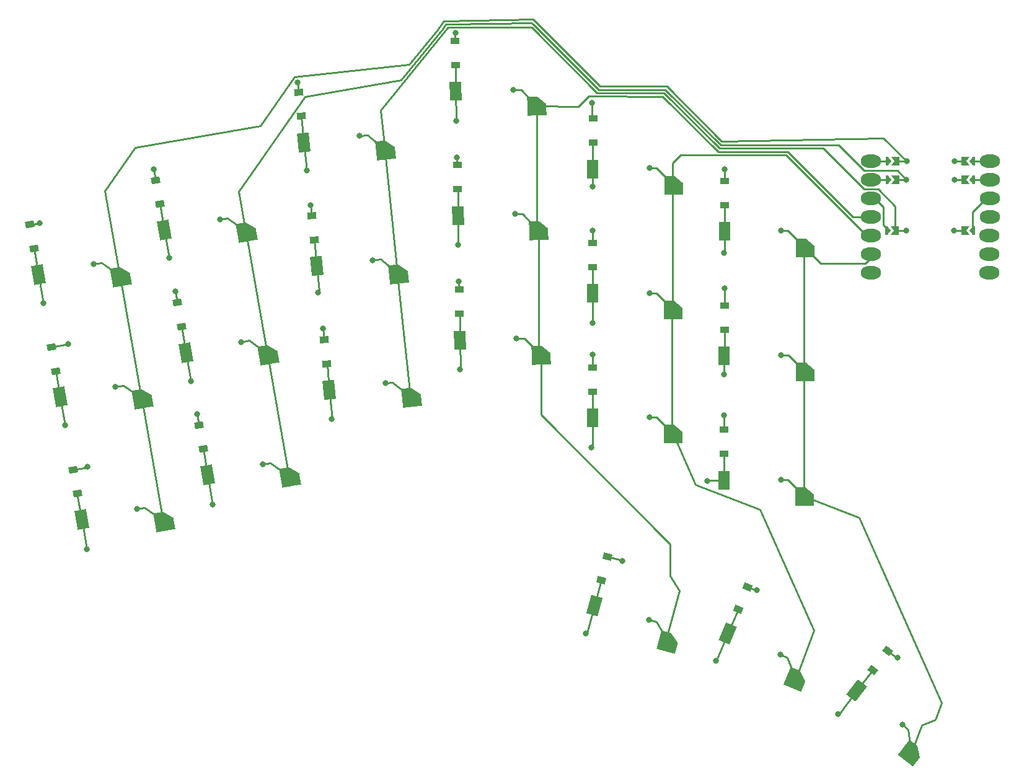
<source format=gbr>
%TF.GenerationSoftware,KiCad,Pcbnew,7.0.7*%
%TF.CreationDate,2024-02-04T11:46:41-06:00*%
%TF.ProjectId,main,6d61696e-2e6b-4696-9361-645f70636258,v1.0.0*%
%TF.SameCoordinates,Original*%
%TF.FileFunction,Copper,L2,Bot*%
%TF.FilePolarity,Positive*%
%FSLAX46Y46*%
G04 Gerber Fmt 4.6, Leading zero omitted, Abs format (unit mm)*
G04 Created by KiCad (PCBNEW 7.0.7) date 2024-02-04 11:46:41*
%MOMM*%
%LPD*%
G01*
G04 APERTURE LIST*
G04 Aperture macros list*
%AMHorizOval*
0 Thick line with rounded ends*
0 $1 width*
0 $2 $3 position (X,Y) of the first rounded end (center of the circle)*
0 $4 $5 position (X,Y) of the second rounded end (center of the circle)*
0 Add line between two ends*
20,1,$1,$2,$3,$4,$5,0*
0 Add two circle primitives to create the rounded ends*
1,1,$1,$2,$3*
1,1,$1,$4,$5*%
%AMRotRect*
0 Rectangle, with rotation*
0 The origin of the aperture is its center*
0 $1 length*
0 $2 width*
0 $3 Rotation angle, in degrees counterclockwise*
0 Add horizontal line*
21,1,$1,$2,0,0,$3*%
%AMFreePoly0*
4,1,6,1.300000,-1.300000,-0.050000,-1.300000,-1.300000,-0.250000,-1.300000,1.300000,1.300000,1.300000,1.300000,-1.300000,1.300000,-1.300000,$1*%
%AMFreePoly1*
4,1,6,0.250000,0.000000,-0.250000,-0.625000,-0.500000,-0.625000,-0.500000,0.625000,-0.250000,0.625000,0.250000,0.000000,0.250000,0.000000,$1*%
%AMFreePoly2*
4,1,6,0.500000,-0.625000,-0.650000,-0.625000,-0.150000,0.000000,-0.650000,0.625000,0.500000,0.625000,0.500000,-0.625000,0.500000,-0.625000,$1*%
%AMFreePoly3*
4,1,6,1.300000,0.250000,1.300000,-1.300000,-1.300000,-1.300000,-1.300000,1.300000,0.050000,1.300000,1.300000,0.250000,1.300000,0.250000,$1*%
G04 Aperture macros list end*
%TA.AperFunction,SMDPad,CuDef*%
%ADD10FreePoly0,179.900000*%
%TD*%
%TA.AperFunction,SMDPad,CuDef*%
%ADD11RotRect,1.600000X2.600000X179.900000*%
%TD*%
%TA.AperFunction,SMDPad,CuDef*%
%ADD12FreePoly0,180.900000*%
%TD*%
%TA.AperFunction,SMDPad,CuDef*%
%ADD13RotRect,1.600000X2.600000X180.900000*%
%TD*%
%TA.AperFunction,SMDPad,CuDef*%
%ADD14FreePoly0,190.000000*%
%TD*%
%TA.AperFunction,SMDPad,CuDef*%
%ADD15RotRect,1.600000X2.600000X190.000000*%
%TD*%
%TA.AperFunction,SMDPad,CuDef*%
%ADD16FreePoly0,157.400000*%
%TD*%
%TA.AperFunction,SMDPad,CuDef*%
%ADD17RotRect,1.600000X2.600000X157.400000*%
%TD*%
%TA.AperFunction,SMDPad,CuDef*%
%ADD18FreePoly0,185.900000*%
%TD*%
%TA.AperFunction,SMDPad,CuDef*%
%ADD19RotRect,1.600000X2.600000X185.900000*%
%TD*%
%TA.AperFunction,SMDPad,CuDef*%
%ADD20FreePoly0,164.900000*%
%TD*%
%TA.AperFunction,SMDPad,CuDef*%
%ADD21RotRect,1.600000X2.600000X164.900000*%
%TD*%
%TA.AperFunction,SMDPad,CuDef*%
%ADD22FreePoly0,142.400000*%
%TD*%
%TA.AperFunction,SMDPad,CuDef*%
%ADD23RotRect,1.600000X2.600000X142.400000*%
%TD*%
%TA.AperFunction,ComponentPad*%
%ADD24HorizOval,1.800000X0.474999X-0.000812X-0.474999X0.000812X0*%
%TD*%
%TA.AperFunction,SMDPad,CuDef*%
%ADD25FreePoly1,359.902000*%
%TD*%
%TA.AperFunction,SMDPad,CuDef*%
%ADD26FreePoly2,359.902000*%
%TD*%
%TA.AperFunction,ComponentPad*%
%ADD27C,0.800000*%
%TD*%
%TA.AperFunction,ComponentPad*%
%ADD28HorizOval,1.800000X-0.474999X0.000812X0.474999X-0.000812X0*%
%TD*%
%TA.AperFunction,SMDPad,CuDef*%
%ADD29FreePoly2,179.902000*%
%TD*%
%TA.AperFunction,SMDPad,CuDef*%
%ADD30FreePoly1,179.902000*%
%TD*%
%TA.AperFunction,SMDPad,CuDef*%
%ADD31RotRect,0.900000X1.200000X269.900000*%
%TD*%
%TA.AperFunction,SMDPad,CuDef*%
%ADD32RotRect,0.900000X1.200000X275.900000*%
%TD*%
%TA.AperFunction,SMDPad,CuDef*%
%ADD33RotRect,0.900000X1.200000X280.000000*%
%TD*%
%TA.AperFunction,ConnectorPad*%
%ADD34FreePoly3,0.100000*%
%TD*%
%TA.AperFunction,SMDPad,CuDef*%
%ADD35RotRect,1.600000X2.600000X0.100000*%
%TD*%
%TA.AperFunction,SMDPad,CuDef*%
%ADD36RotRect,0.900000X1.200000X232.400000*%
%TD*%
%TA.AperFunction,SMDPad,CuDef*%
%ADD37RotRect,0.900000X1.200000X270.900000*%
%TD*%
%TA.AperFunction,SMDPad,CuDef*%
%ADD38RotRect,0.900000X1.200000X247.400000*%
%TD*%
%TA.AperFunction,SMDPad,CuDef*%
%ADD39RotRect,0.900000X1.200000X254.900000*%
%TD*%
%TA.AperFunction,ViaPad*%
%ADD40C,0.800000*%
%TD*%
%TA.AperFunction,Conductor*%
%ADD41C,0.250000*%
%TD*%
G04 APERTURE END LIST*
D10*
%TO.P,S14,1*%
%TO.N,P4*%
X162133260Y-93735051D03*
D11*
%TO.P,S14,2*%
%TO.N,index_home*%
X151087117Y-91515768D03*
%TD*%
D12*
%TO.P,S11,1*%
%TO.N,P3*%
X143768664Y-82913365D03*
D13*
%TO.P,S11,2*%
%TO.N,middle_home*%
X132685471Y-80887203D03*
%TD*%
D10*
%TO.P,S17,1*%
%TO.N,P5*%
X180118419Y-102266452D03*
D11*
%TO.P,S17,2*%
%TO.N,inner_home*%
X169072276Y-100047169D03*
%TD*%
D14*
%TO.P,S3,1*%
%TO.N,P0*%
X86674708Y-89166237D03*
D15*
%TO.P,S3,2*%
%TO.N,outer_top*%
X75410556Y-88918473D03*
%TD*%
D16*
%TO.P,S20,1*%
%TO.N,P4*%
X178905573Y-144223511D03*
D17*
%TO.P,S20,2*%
%TO.N,middle_cluster*%
X169549550Y-137945985D03*
%TD*%
D10*
%TO.P,S18,1*%
%TO.N,P5*%
X180148073Y-85266471D03*
D11*
%TO.P,S18,2*%
%TO.N,inner_top*%
X169101930Y-83047188D03*
%TD*%
D18*
%TO.P,S8,1*%
%TO.N,P2*%
X124605491Y-88837083D03*
D19*
%TO.P,S8,2*%
%TO.N,ring_home*%
X113387882Y-87784595D03*
%TD*%
D14*
%TO.P,S5,1*%
%TO.N,P1*%
X106832328Y-99827915D03*
D15*
%TO.P,S5,2*%
%TO.N,pinky_home*%
X95568176Y-99580151D03*
%TD*%
D20*
%TO.P,S19,1*%
%TO.N,P3*%
X161436575Y-139119981D03*
D21*
%TO.P,S19,2*%
%TO.N,left_cluster*%
X151341212Y-134117367D03*
%TD*%
D18*
%TO.P,S7,1*%
%TO.N,P2*%
X126352942Y-105747022D03*
D19*
%TO.P,S7,2*%
%TO.N,ring_bottom*%
X115135333Y-104694534D03*
%TD*%
D14*
%TO.P,S4,1*%
%TO.N,P1*%
X109784334Y-116569630D03*
D15*
%TO.P,S4,2*%
%TO.N,pinky_bottom*%
X98520182Y-116321866D03*
%TD*%
D14*
%TO.P,S2,1*%
%TO.N,P0*%
X89626714Y-105907968D03*
D15*
%TO.P,S2,2*%
%TO.N,outer_home*%
X78362562Y-105660204D03*
%TD*%
D12*
%TO.P,S12,1*%
%TO.N,P3*%
X143501637Y-65915456D03*
D13*
%TO.P,S12,2*%
%TO.N,middle_top*%
X132418444Y-63889294D03*
%TD*%
D14*
%TO.P,S6,1*%
%TO.N,P1*%
X103880297Y-83086144D03*
D15*
%TO.P,S6,2*%
%TO.N,pinky_top*%
X92616145Y-82838380D03*
%TD*%
D10*
%TO.P,S16,1*%
%TO.N,P5*%
X180088707Y-119266431D03*
D11*
%TO.P,S16,2*%
%TO.N,inner_bottom*%
X169042564Y-117047148D03*
%TD*%
D22*
%TO.P,S21,1*%
%TO.N,P5*%
X194590462Y-154272487D03*
D23*
%TO.P,S21,2*%
%TO.N,right_cluster*%
X187177981Y-145787346D03*
%TD*%
D14*
%TO.P,S1,1*%
%TO.N,P0*%
X92578742Y-122649730D03*
D15*
%TO.P,S1,2*%
%TO.N,outer_bottom*%
X81314590Y-122401966D03*
%TD*%
D18*
%TO.P,S9,1*%
%TO.N,P2*%
X122857998Y-71927101D03*
D19*
%TO.P,S9,2*%
%TO.N,ring_top*%
X111640389Y-70874613D03*
%TD*%
D10*
%TO.P,S13,1*%
%TO.N,P4*%
X162103601Y-110734997D03*
D11*
%TO.P,S13,2*%
%TO.N,index_bottom*%
X151057458Y-108515714D03*
%TD*%
D12*
%TO.P,S10,1*%
%TO.N,P3*%
X144035702Y-99911259D03*
D13*
%TO.P,S10,2*%
%TO.N,middle_bottom*%
X132952509Y-97885097D03*
%TD*%
D24*
%TO.P,xiao,0*%
%TO.N,_1_0*%
X189149282Y-73426458D03*
D25*
X191624278Y-73430691D03*
D26*
%TO.N,P0*%
X192469276Y-73432136D03*
D27*
X193982274Y-73434724D03*
D24*
%TO.P,xiao,1*%
%TO.N,_1_1*%
X189144937Y-75966454D03*
D25*
X191619933Y-75970687D03*
D26*
%TO.N,P1*%
X192464932Y-75972132D03*
D27*
X193977930Y-75974720D03*
D24*
%TO.P,xiao,2*%
%TO.N,_1_2*%
X189140593Y-78506450D03*
D25*
X191607994Y-82950677D03*
D26*
%TO.N,P2*%
X192452993Y-82952122D03*
D27*
X193965991Y-82954710D03*
D24*
%TO.P,xiao,3*%
%TO.N,P3*%
X189136248Y-81046447D03*
%TO.P,xiao,4*%
%TO.N,P4*%
X189131904Y-83586443D03*
%TO.P,xiao,5*%
%TO.N,P5*%
X189127559Y-86126439D03*
%TO.P,xiao,6*%
%TO.N,P6*%
X189123215Y-88666435D03*
D28*
%TO.P,xiao,7*%
%TO.N,P7*%
X205313190Y-88694126D03*
%TO.P,xiao,8*%
%TO.N,P8*%
X205317535Y-86154130D03*
%TO.P,xiao,9*%
%TO.N,P9*%
X205321879Y-83614134D03*
%TO.P,xiao,10*%
%TO.N,P10*%
X205326224Y-81074137D03*
D27*
%TO.P,xiao,11*%
%TO.N,V3*%
X200489981Y-82965869D03*
D29*
X202002979Y-82968456D03*
D30*
%TO.N,_1_11*%
X202847978Y-82969902D03*
D28*
X205330568Y-78534141D03*
D27*
%TO.P,xiao,12*%
%TO.N,GND*%
X200501920Y-75985879D03*
D29*
X202014918Y-75988467D03*
D30*
%TO.N,_1_12*%
X202859917Y-75989912D03*
D28*
X205334913Y-75994145D03*
D27*
%TO.P,xiao,13*%
%TO.N,VCC*%
X200506265Y-73445883D03*
D29*
X202019262Y-73448470D03*
D30*
%TO.N,_1_13*%
X202864261Y-73449916D03*
D28*
X205339257Y-73454149D03*
%TD*%
D31*
%TO.P,D16,1*%
%TO.N,P9*%
X169079625Y-110147223D03*
%TO.P,D16,2*%
%TO.N,inner_bottom*%
X169073865Y-113447217D03*
%TD*%
D32*
%TO.P,D9,1*%
%TO.N,P7*%
X110955981Y-64008608D03*
%TO.P,D9,2*%
%TO.N,ring_top*%
X111295197Y-67291128D03*
%TD*%
D33*
%TO.P,D1,1*%
%TO.N,P9*%
X80141063Y-115602461D03*
%TO.P,D1,2*%
%TO.N,outer_bottom*%
X80714101Y-118852327D03*
%TD*%
D34*
%TO.P,S15,1*%
%TO.N,P4*%
X162183698Y-76723643D03*
D35*
%TO.P,S15,2*%
%TO.N,index_top*%
X151129875Y-74542932D03*
%TD*%
D36*
%TO.P,D21,1*%
%TO.N,P10*%
X191407781Y-140335818D03*
%TO.P,D21,2*%
%TO.N,right_cluster*%
X189394301Y-142950374D03*
%TD*%
D33*
%TO.P,D6,1*%
%TO.N,P7*%
X91442598Y-76038886D03*
%TO.P,D6,2*%
%TO.N,pinky_top*%
X92015636Y-79288752D03*
%TD*%
D37*
%TO.P,D10,1*%
%TO.N,P9*%
X132869109Y-90985547D03*
%TO.P,D10,2*%
%TO.N,middle_bottom*%
X132920943Y-94285139D03*
%TD*%
D38*
%TO.P,D20,1*%
%TO.N,P10*%
X172224281Y-131585450D03*
%TO.P,D20,2*%
%TO.N,middle_cluster*%
X170956107Y-134632044D03*
%TD*%
D39*
%TO.P,D19,1*%
%TO.N,P10*%
X153162813Y-127462121D03*
%TO.P,D19,2*%
%TO.N,left_cluster*%
X152303149Y-130648181D03*
%TD*%
D33*
%TO.P,D2,1*%
%TO.N,P8*%
X77189013Y-98860721D03*
%TO.P,D2,2*%
%TO.N,outer_home*%
X77762051Y-102110587D03*
%TD*%
%TO.P,D3,1*%
%TO.N,P7*%
X74236991Y-82118978D03*
%TO.P,D3,2*%
%TO.N,outer_top*%
X74810029Y-85368844D03*
%TD*%
D37*
%TO.P,D12,1*%
%TO.N,P7*%
X132335082Y-56989738D03*
%TO.P,D12,2*%
%TO.N,middle_top*%
X132386916Y-60289330D03*
%TD*%
D33*
%TO.P,D4,1*%
%TO.N,P9*%
X97346652Y-109522311D03*
%TO.P,D4,2*%
%TO.N,pinky_bottom*%
X97919690Y-112772177D03*
%TD*%
D31*
%TO.P,D18,1*%
%TO.N,P7*%
X169138937Y-76147262D03*
%TO.P,D18,2*%
%TO.N,inner_top*%
X169133177Y-79447256D03*
%TD*%
%TO.P,D14,1*%
%TO.N,P8*%
X151124164Y-84615825D03*
%TO.P,D14,2*%
%TO.N,index_home*%
X151118404Y-87915819D03*
%TD*%
%TO.P,D13,1*%
%TO.N,P9*%
X151094491Y-101615804D03*
%TO.P,D13,2*%
%TO.N,index_bottom*%
X151088731Y-104915798D03*
%TD*%
%TO.P,D15,1*%
%TO.N,P7*%
X151153831Y-67615853D03*
%TO.P,D15,2*%
%TO.N,index_top*%
X151148071Y-70915847D03*
%TD*%
%TO.P,D17,1*%
%TO.N,P8*%
X169109311Y-93147236D03*
%TO.P,D17,2*%
%TO.N,inner_home*%
X169103551Y-96447230D03*
%TD*%
D33*
%TO.P,D5,1*%
%TO.N,P8*%
X94394608Y-92780626D03*
%TO.P,D5,2*%
%TO.N,pinky_home*%
X94967646Y-96030492D03*
%TD*%
D37*
%TO.P,D11,1*%
%TO.N,P8*%
X132602101Y-73987639D03*
%TO.P,D11,2*%
%TO.N,middle_home*%
X132653935Y-77287231D03*
%TD*%
D32*
%TO.P,D8,1*%
%TO.N,P8*%
X112703449Y-80918553D03*
%TO.P,D8,2*%
%TO.N,ring_home*%
X113042665Y-84201073D03*
%TD*%
%TO.P,D7,1*%
%TO.N,P9*%
X114450938Y-97828516D03*
%TO.P,D7,2*%
%TO.N,ring_bottom*%
X114790154Y-101111036D03*
%TD*%
D40*
%TO.N,P0*%
X85932353Y-104249485D03*
X82982085Y-87517594D03*
X88879159Y-120961657D03*
%TO.N,outer_bottom*%
X81985434Y-126417025D03*
%TO.N,outer_home*%
X79050426Y-109540285D03*
%TO.N,outer_top*%
X76091847Y-92820028D03*
%TO.N,P1*%
X103132735Y-98139833D03*
X100182458Y-81407945D03*
X106079556Y-114852043D03*
%TO.N,pinky_bottom*%
X99197975Y-120376326D03*
%TO.N,pinky_home*%
X96239595Y-103483403D03*
%TO.N,pinky_top*%
X93288756Y-86690685D03*
%TO.N,P2*%
X121045472Y-86961316D03*
X119263280Y-70004721D03*
X122810954Y-103758782D03*
%TO.N,ring_bottom*%
X115474952Y-108692370D03*
%TO.N,ring_home*%
X113623171Y-91360987D03*
%TO.N,ring_top*%
X112027789Y-74746737D03*
%TO.N,P3*%
X140651921Y-97664077D03*
X140221913Y-63744087D03*
X158824248Y-136076728D03*
X140501934Y-80674093D03*
%TO.N,middle_bottom*%
X133002051Y-101856471D03*
%TO.N,middle_home*%
X132746231Y-84908341D03*
%TO.N,middle_top*%
X132429535Y-67911283D03*
%TO.N,P4*%
X158851920Y-108414085D03*
X176743486Y-140850110D03*
X158851924Y-74394087D03*
X158851912Y-91444096D03*
%TO.N,index_bottom*%
X150931276Y-112534227D03*
%TO.N,index_home*%
X151071277Y-95524212D03*
%TO.N,index_top*%
X151121276Y-76934203D03*
%TO.N,P5*%
X193406642Y-150435119D03*
X176861905Y-116944089D03*
X176861911Y-99974087D03*
X176861913Y-82924108D03*
%TO.N,inner_bottom*%
X166801276Y-117094213D03*
%TO.N,inner_home*%
X169071272Y-102614222D03*
%TO.N,inner_top*%
X169071278Y-85984212D03*
%TO.N,left_cluster*%
X150200091Y-137970613D03*
%TO.N,middle_cluster*%
X167914294Y-141687654D03*
%TO.N,right_cluster*%
X184607637Y-148992924D03*
%TO.N,P9*%
X169050105Y-108184290D03*
X82135970Y-115202841D03*
X132782462Y-89898817D03*
X97090929Y-107964831D03*
X151080083Y-99824286D03*
X114299867Y-96322024D03*
%TO.N,P8*%
X132588686Y-72900623D03*
X79485753Y-98387589D03*
X151110094Y-82924294D03*
X112543817Y-79422993D03*
X169100098Y-90844298D03*
X94102418Y-91188909D03*
%TO.N,P7*%
X132383610Y-55914143D03*
X75607046Y-81891295D03*
X91162554Y-74516115D03*
X151040095Y-65484299D03*
X169130084Y-74514289D03*
X110814454Y-62682066D03*
%TO.N,P10*%
X192777668Y-141251403D03*
X173524579Y-132017124D03*
X155174083Y-128018034D03*
%TD*%
D41*
%TO.N,P0*%
X89626727Y-105907959D02*
X86991457Y-104062719D01*
X92578746Y-122649715D02*
X89908702Y-120780146D01*
X190764652Y-70327502D02*
X193982266Y-73434717D01*
X192470300Y-73432768D02*
X193980322Y-73432746D01*
X89505064Y-106081751D02*
X92404974Y-122528045D01*
X168716074Y-70712366D02*
X190764652Y-70327502D01*
X129906607Y-55517854D02*
X130716203Y-54361632D01*
X86553035Y-89340022D02*
X89452964Y-105786307D01*
X142949491Y-54059784D02*
X143186991Y-54289139D01*
X143186991Y-54289139D02*
X152122021Y-63224170D01*
X130802948Y-54271803D02*
X142949491Y-54059784D01*
X84465895Y-77503269D02*
X88591780Y-71610900D01*
X86674713Y-89166274D02*
X84051005Y-87329106D01*
X89908702Y-120780146D02*
X88879159Y-120961657D01*
X88591780Y-71610900D02*
X105737280Y-68587688D01*
X152122021Y-63224170D02*
X161227876Y-63224173D01*
X86500939Y-89044561D02*
X84465895Y-77503269D01*
X161227876Y-63224173D02*
X168716074Y-70712366D01*
X110409559Y-61914980D02*
X126058189Y-60270239D01*
X130716203Y-54361632D02*
X130802948Y-54271803D01*
X86991457Y-104062719D02*
X85932353Y-104249485D01*
X105737280Y-68587688D02*
X110409559Y-61914980D01*
X126058189Y-60270239D02*
X129906607Y-55517854D01*
X84051005Y-87329106D02*
X82982085Y-87517594D01*
%TO.N,outer_bottom*%
X82015087Y-126374671D02*
X81985434Y-126417025D01*
X81314595Y-122401962D02*
X82015087Y-126374671D01*
X81314578Y-122401947D02*
X80693798Y-118881246D01*
%TO.N,outer_home*%
X78362571Y-105660208D02*
X77741791Y-102139487D01*
X79050426Y-109540285D02*
X78366792Y-105663162D01*
%TO.N,outer_top*%
X75410569Y-88918478D02*
X74789767Y-85397768D01*
X76091847Y-92820028D02*
X76100111Y-92808207D01*
X76100111Y-92808207D02*
X75414775Y-88921426D01*
%TO.N,P1*%
X184679478Y-71254635D02*
X188164617Y-74739775D01*
X103706536Y-82964469D02*
X102759609Y-77594179D01*
X142749376Y-54544405D02*
X142951035Y-54739145D01*
X106832321Y-99827891D02*
X104162275Y-97958310D01*
X104162275Y-97958310D02*
X103132735Y-98139833D01*
X106710647Y-100001647D02*
X109610572Y-116447982D01*
X131166651Y-54739139D02*
X131585153Y-54731836D01*
X188164617Y-74739775D02*
X192742983Y-74739774D01*
X192460313Y-75972774D02*
X193980294Y-75972778D01*
X130581049Y-55400044D02*
X131026513Y-54763852D01*
X168621951Y-71254639D02*
X184679478Y-71254635D01*
X150491208Y-62279320D02*
X151935626Y-63674174D01*
X131592721Y-54739145D02*
X142749376Y-54544405D01*
X124952010Y-62351317D02*
X130581049Y-55400044D01*
X131585153Y-54731836D02*
X131592721Y-54739145D01*
X192742983Y-74739774D02*
X193977926Y-75974712D01*
X107079540Y-114675689D02*
X106079556Y-114852043D01*
X131026513Y-54763852D02*
X131166651Y-54739139D01*
X109784345Y-116569622D02*
X107079540Y-114675689D01*
X102759609Y-77594179D02*
X111810216Y-64668571D01*
X103880315Y-83086133D02*
X101221845Y-81224670D01*
X151935626Y-63674174D02*
X161041479Y-63674172D01*
X101221845Y-81224670D02*
X100182458Y-81407945D01*
X111810216Y-64668571D02*
X124952010Y-62351317D01*
X103758625Y-83259939D02*
X106658541Y-99706243D01*
X142951035Y-54739145D02*
X150491208Y-62279320D01*
X161041479Y-63674172D02*
X168621951Y-71254639D01*
%TO.N,pinky_bottom*%
X99198137Y-120376087D02*
X98490681Y-116364000D01*
X98520182Y-116321857D02*
X97899395Y-112801188D01*
X99197975Y-120376326D02*
X99198137Y-120376087D01*
%TO.N,pinky_home*%
X96239595Y-103483403D02*
X96253038Y-103464223D01*
X96253038Y-103464223D02*
X95568172Y-99580157D01*
X95568190Y-99580121D02*
X94947365Y-96059457D01*
%TO.N,pinky_top*%
X92616154Y-82838384D02*
X91995363Y-79317706D01*
X93288756Y-86690685D02*
X93294071Y-86683077D01*
X93294071Y-86683077D02*
X92616153Y-82838372D01*
%TO.N,P2*%
X126352948Y-105747018D02*
X123772831Y-103657696D01*
X160855087Y-64124169D02*
X151699670Y-64124171D01*
X182585137Y-71704640D02*
X168435558Y-71704637D01*
X120343761Y-69891174D02*
X119263280Y-70004721D01*
X122857971Y-71927114D02*
X120343761Y-69891174D01*
X122146246Y-86845638D02*
X121045472Y-86961316D01*
X124448981Y-89030319D02*
X126192284Y-105616943D01*
X142764640Y-55189148D02*
X131353047Y-55189144D01*
X131353047Y-55189144D02*
X131236475Y-55305718D01*
X124605467Y-88837080D02*
X122146246Y-86845638D01*
X123772831Y-103657696D02*
X122810954Y-103758782D01*
X188160276Y-77279773D02*
X182585137Y-71704640D01*
X192452991Y-79611024D02*
X190125092Y-77283127D01*
X190125092Y-77283127D02*
X188160276Y-77279773D01*
X122144165Y-66533775D02*
X122697350Y-71797013D01*
X192452990Y-82952119D02*
X192452991Y-79611024D01*
X122701510Y-72120351D02*
X124444843Y-88707001D01*
X151699670Y-64124171D02*
X142764640Y-55189148D01*
X131236475Y-55305718D02*
X122144165Y-66533775D01*
X168435558Y-71704637D02*
X160855087Y-64124169D01*
X193965975Y-82954628D02*
X192455562Y-82954643D01*
%TO.N,ring_bottom*%
X115135298Y-104694543D02*
X114824326Y-101139714D01*
X115546270Y-108604300D02*
X115135335Y-104694530D01*
X115474952Y-108692370D02*
X115546270Y-108604300D01*
%TO.N,ring_home*%
X113623171Y-91360987D02*
X113747624Y-91207309D01*
X113747624Y-91207309D02*
X113387883Y-87784582D01*
X113387853Y-87784601D02*
X113076841Y-84229753D01*
%TO.N,ring_top*%
X112045117Y-74725348D02*
X111640376Y-70874611D01*
X111640391Y-70874642D02*
X111329387Y-67319823D01*
X112027789Y-74746737D02*
X112045117Y-74725348D01*
%TO.N,P3*%
X143768664Y-82913324D02*
X143768660Y-99644232D01*
X177727965Y-72154637D02*
X186620580Y-81047253D01*
X150905026Y-64582446D02*
X150908150Y-64585683D01*
X144035697Y-108078634D02*
X161719024Y-125761961D01*
X159836066Y-136347828D02*
X158824248Y-136076728D01*
X144035691Y-99911269D02*
X144035697Y-108078634D01*
X143501638Y-65915452D02*
X141330286Y-63744080D01*
X149125726Y-66013624D02*
X150613025Y-64577359D01*
X162917969Y-132130106D02*
X161169139Y-138656815D01*
X168249161Y-72154633D02*
X177727965Y-72154637D01*
X141330286Y-63744080D02*
X140221913Y-63744087D01*
X143501654Y-65915446D02*
X143501645Y-82646323D01*
X161436560Y-139119993D02*
X159836066Y-136347828D01*
X160700629Y-64606333D02*
X168249161Y-72154633D01*
X141529422Y-80674102D02*
X140501934Y-80674093D01*
X143501627Y-65915459D02*
X149125726Y-66013624D01*
X161719028Y-130053473D02*
X162917969Y-132130106D01*
X186620580Y-81047253D02*
X189611243Y-81047255D01*
X141788534Y-97664091D02*
X140651921Y-97664077D01*
X144035675Y-99911249D02*
X141788534Y-97664091D01*
X143768668Y-82913329D02*
X141529422Y-80674102D01*
X150908150Y-64585683D02*
X160700629Y-64606333D01*
X161719024Y-125761961D02*
X161719028Y-130053473D01*
X150613025Y-64577359D02*
X150905026Y-64582446D01*
%TO.N,middle_bottom*%
X133021460Y-101836349D02*
X133002051Y-101856471D01*
X132952486Y-97885083D02*
X132952534Y-94316690D01*
X132952506Y-97885093D02*
X133021460Y-101836349D01*
%TO.N,middle_home*%
X132685467Y-80887196D02*
X132755494Y-84898752D01*
X132755494Y-84898752D02*
X132746231Y-84908341D01*
X132685456Y-80887178D02*
X132685491Y-77318789D01*
%TO.N,middle_top*%
X132418461Y-63889271D02*
X132418433Y-60320859D01*
X132487603Y-67851164D02*
X132429535Y-67911283D01*
X132418450Y-63889287D02*
X132487603Y-67851164D01*
%TO.N,P4*%
X162133260Y-93735069D02*
X159842294Y-91444102D01*
X159854144Y-74394103D02*
X158851924Y-74394087D01*
X178854233Y-144108222D02*
X181361865Y-137575570D01*
X161987113Y-76920264D02*
X161987114Y-93588885D01*
X162029866Y-73675305D02*
X163100540Y-72604633D01*
X181361865Y-137575570D02*
X173995922Y-121031380D01*
X177708043Y-141259557D02*
X176743486Y-140850110D01*
X162103590Y-110735011D02*
X159782679Y-108414104D01*
X165181374Y-117647788D02*
X162103599Y-110735001D01*
X159842294Y-91444102D02*
X158851912Y-91444096D01*
X159782679Y-108414104D02*
X158851920Y-108414085D01*
X177541558Y-72604640D02*
X188524179Y-83587249D01*
X173995922Y-121031380D02*
X165181374Y-117647788D01*
X162183710Y-76723671D02*
X159854144Y-74394103D01*
X161957430Y-110588856D02*
X161957443Y-93910897D01*
X163100540Y-72604633D02*
X177541558Y-72604640D01*
X178905557Y-144223515D02*
X177708043Y-141259557D01*
X162029870Y-76569812D02*
X162029866Y-73675305D01*
%TO.N,index_bottom*%
X151057460Y-108515737D02*
X151057458Y-104947096D01*
X151057451Y-108515726D02*
X151057462Y-112408045D01*
X151057462Y-112408045D02*
X150931276Y-112534227D01*
%TO.N,index_home*%
X151087113Y-95508376D02*
X151071277Y-95524212D01*
X151087138Y-91515758D02*
X151087124Y-87947089D01*
X151087118Y-91515786D02*
X151087113Y-95508376D01*
%TO.N,index_top*%
X151129891Y-74542949D02*
X151129869Y-70934027D01*
X151129900Y-74542949D02*
X151129892Y-76925599D01*
X151129892Y-76925599D02*
X151121276Y-76934203D01*
%TO.N,P5*%
X177805680Y-82924119D02*
X176861913Y-82924108D01*
X197883354Y-149702220D02*
X198757806Y-147424188D01*
X196027674Y-150528423D02*
X197883354Y-149702220D01*
X180148074Y-85266469D02*
X177805680Y-82924119D01*
X194194922Y-151051004D02*
X193406642Y-150435119D01*
X194590455Y-154272463D02*
X194194922Y-151051004D01*
X180088719Y-119266445D02*
X177766372Y-116944115D01*
X179972257Y-85442316D02*
X179972249Y-102120301D01*
X187485289Y-122105714D02*
X180088707Y-119266436D01*
X188349970Y-87379836D02*
X189602556Y-86127229D01*
X198757806Y-147424188D02*
X187485289Y-122105714D01*
X180148068Y-85266467D02*
X182261438Y-87379823D01*
X179942582Y-102442283D02*
X179942560Y-119120279D01*
X177826061Y-99974088D02*
X176861911Y-99974087D01*
X182261438Y-87379823D02*
X188349970Y-87379836D01*
X180118415Y-102266455D02*
X177826061Y-99974088D01*
X194590468Y-154272483D02*
X196027674Y-150528423D01*
X177766372Y-116944115D02*
X176861905Y-116944089D01*
%TO.N,inner_bottom*%
X169042579Y-117047151D02*
X169042600Y-113478495D01*
X166848348Y-117047141D02*
X166801276Y-117094213D01*
X169042553Y-117047159D02*
X166848348Y-117047141D01*
%TO.N,inner_home*%
X169103541Y-96447225D02*
X169103548Y-100015894D01*
X169072276Y-100047173D02*
X169072270Y-102613226D01*
X169072270Y-102613226D02*
X169071272Y-102614222D01*
%TO.N,inner_top*%
X169101920Y-83047201D02*
X169101930Y-79478529D01*
X169101936Y-85953551D02*
X169071278Y-85984212D01*
X169101934Y-83047185D02*
X169101936Y-85953551D01*
%TO.N,left_cluster*%
X151341177Y-134117355D02*
X152264833Y-130670304D01*
X151341203Y-134117370D02*
X150328613Y-137896410D01*
X150328613Y-137896410D02*
X150200091Y-137970613D01*
%TO.N,middle_cluster*%
X169549551Y-137945989D02*
X170956171Y-134632237D01*
X169549545Y-137945979D02*
X168063378Y-141624358D01*
X168063378Y-141624358D02*
X167914294Y-141687654D01*
%TO.N,right_cluster*%
X187177978Y-145787357D02*
X189394346Y-142950527D01*
X187177979Y-145787347D02*
X184780735Y-148968617D01*
X184780735Y-148968617D02*
X184607637Y-148992924D01*
%TO.N,P9*%
X82097758Y-115257417D02*
X82135970Y-115202841D01*
X114450930Y-97828515D02*
X114293429Y-96329973D01*
X151080083Y-99824286D02*
X151080080Y-101601422D01*
X132869126Y-90985566D02*
X132851317Y-89965296D01*
X80141062Y-115602440D02*
X82097758Y-115257417D01*
X169050105Y-108184290D02*
X169050094Y-110117666D01*
X132851317Y-89965296D02*
X132782462Y-89898817D01*
X114293429Y-96329973D02*
X114299867Y-96322024D01*
X97090929Y-107964831D02*
X97361752Y-109500748D01*
%TO.N,P8*%
X79431303Y-98465346D02*
X79485753Y-98387589D01*
X169100098Y-90844298D02*
X169100086Y-93138006D01*
X132602113Y-73987651D02*
X132583228Y-72906266D01*
X151110094Y-82924294D02*
X151110085Y-84601737D01*
X77189024Y-98860719D02*
X79431303Y-98465346D01*
X112546501Y-79425161D02*
X112703460Y-80918554D01*
X112543817Y-79422993D02*
X112546501Y-79425161D01*
X94102418Y-91188909D02*
X94381454Y-92771383D01*
X132583228Y-72906266D02*
X132588686Y-72900623D01*
%TO.N,P7*%
X169130084Y-74514289D02*
X169130087Y-76138356D01*
X110814454Y-62682066D02*
X110953673Y-64006754D01*
X132335083Y-56989741D02*
X132317496Y-55982607D01*
X151040095Y-65484299D02*
X151040091Y-67502111D01*
X91162554Y-74516115D02*
X91429423Y-76029657D01*
X75607046Y-81891295D02*
X74252838Y-82130063D01*
X132317496Y-55982607D02*
X132383610Y-55914143D01*
%TO.N,P10*%
X191407765Y-140335803D02*
X192606579Y-141272381D01*
X192606579Y-141272381D02*
X192777668Y-141251403D01*
X155162460Y-127997927D02*
X155174083Y-128018034D01*
X172224265Y-131585453D02*
X173379401Y-132075744D01*
X153162829Y-127462113D02*
X155162460Y-127997927D01*
X173379401Y-132075744D02*
X173524579Y-132017124D01*
%TO.N,VCC*%
X202020291Y-73452800D02*
X200510288Y-73442788D01*
%TO.N,GND*%
X202010297Y-75992779D02*
X200500308Y-75982773D01*
%TO.N,V3*%
X200489938Y-82965897D02*
X202000307Y-82965898D01*
%TO.N,_1_0*%
X191620301Y-73432778D02*
X189620299Y-73422770D01*
%TO.N,_1_13*%
X202860287Y-73452773D02*
X204860301Y-73452770D01*
%TO.N,_1_1*%
X191620305Y-75972760D02*
X189620295Y-75962774D01*
%TO.N,_1_12*%
X202860308Y-75992770D02*
X204860293Y-75992768D01*
%TO.N,_1_2*%
X190837142Y-82179699D02*
X191607969Y-82950550D01*
X190837110Y-79728613D02*
X190837142Y-82179699D01*
X189615639Y-78507089D02*
X190837110Y-79728613D01*
%TO.N,_1_11*%
X204855556Y-78533309D02*
X202979052Y-80409813D01*
X202979052Y-80409813D02*
X202979055Y-82969875D01*
%TD*%
M02*

</source>
